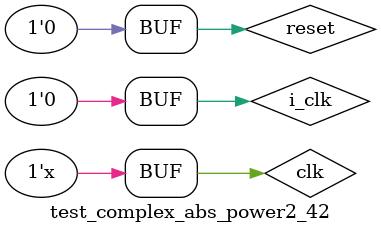
<source format=v>
`timescale 1ns / 1ps


module test_complex_abs_power2_42;

	// Inputs
	reg i_clk;
	reg i_data_valid;
	reg [41:0] i_data_i;
	reg [41:0] i_data_q;

	// Outputs
	wire o_data_valid;
	wire [83:0] o_data;
	
	reg [39:0] count;

	// Instantiate the Unit Under Test (UUT)
	complex_abs_power2_42 uut (
		.i_clk(i_clk), 
		.i_data_valid(i_data_valid), 
		.i_data_i(i_data_i), 
		.i_data_q(i_data_q), 
		.o_data_valid(o_data_valid), 
		.o_data(o_data)
	);

	initial begin
		// Initialize Inputs
		i_clk = 0;
		i_data_valid = 0;
		i_data_i = 0;
		i_data_q = 0;

		// Wait 100 ns for global reset to finish
		#10;
		reset = 1;
		#10;
		reset = 0;
		#10;
        
		// Add stimulus here

	end
	
	always
		#5 clk = ~clk;
	
	always @(posedge clk or posedge reset) begin
		if(reset == 1'b1) begin
			count <= 40'd0;
		end
		else begin
			count <= count + 1'd1;
		end
	end
	
	always @(posedge clk or posedge reset) begin
		if(reset == 1'b1) begin
			i_data_valid	<= 1'b0;
			i_data_i		<= 'd0;
			i_data_q		<= 'd0;
		end
		else if(count[2:0] == 3'd7) begin
			i_data_valid	<= 1'b1;
			i_data_i		<= count[34:3];
			i_data_q		<= 1'b1;
		end
		else begin
			i_data_valid	<= 1'b0;
			i_data_i		<= i_data_i;
			i_data_q		<= i_data_q;
		end
	end
      
endmodule

</source>
